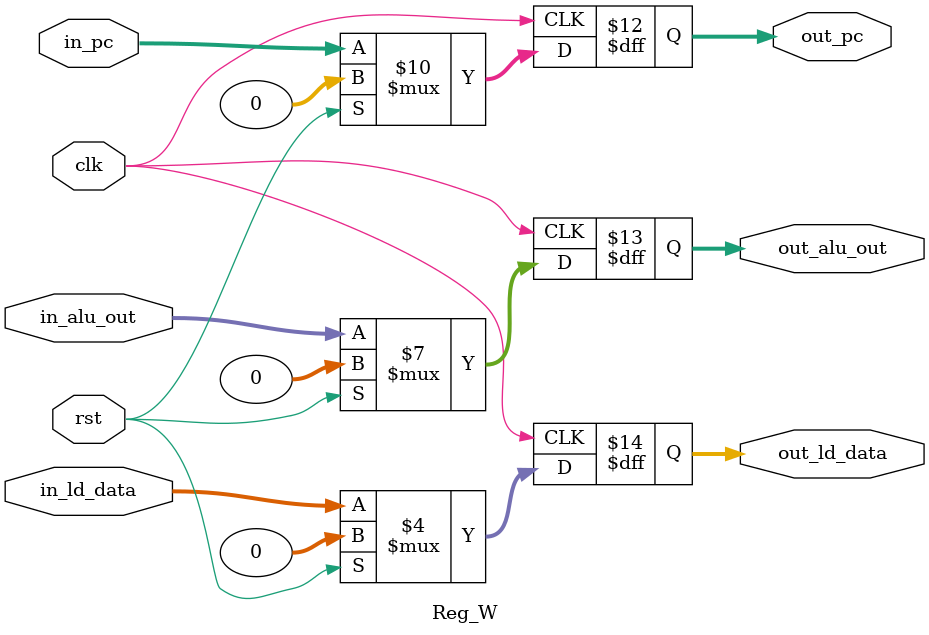
<source format=v>
module Reg_W(
    input clk,
    input rst,
    input [31:0] in_pc,
    input [31:0] in_alu_out,
    input [31:0] in_ld_data,
    output reg [31:0] out_pc,
    output reg [31:0] out_alu_out,
    output reg [31:0] out_ld_data
);
    // main part
    always @(posedge clk) begin
        if(rst == 1'b1) begin
            out_pc <= 32'd0;
            out_alu_out <= 32'd0;
            out_ld_data <= 32'd0;
        end
        else begin
            out_pc <= in_pc;
            out_alu_out <= in_alu_out;
            out_ld_data <= in_ld_data;
        end
    end
endmodule
</source>
